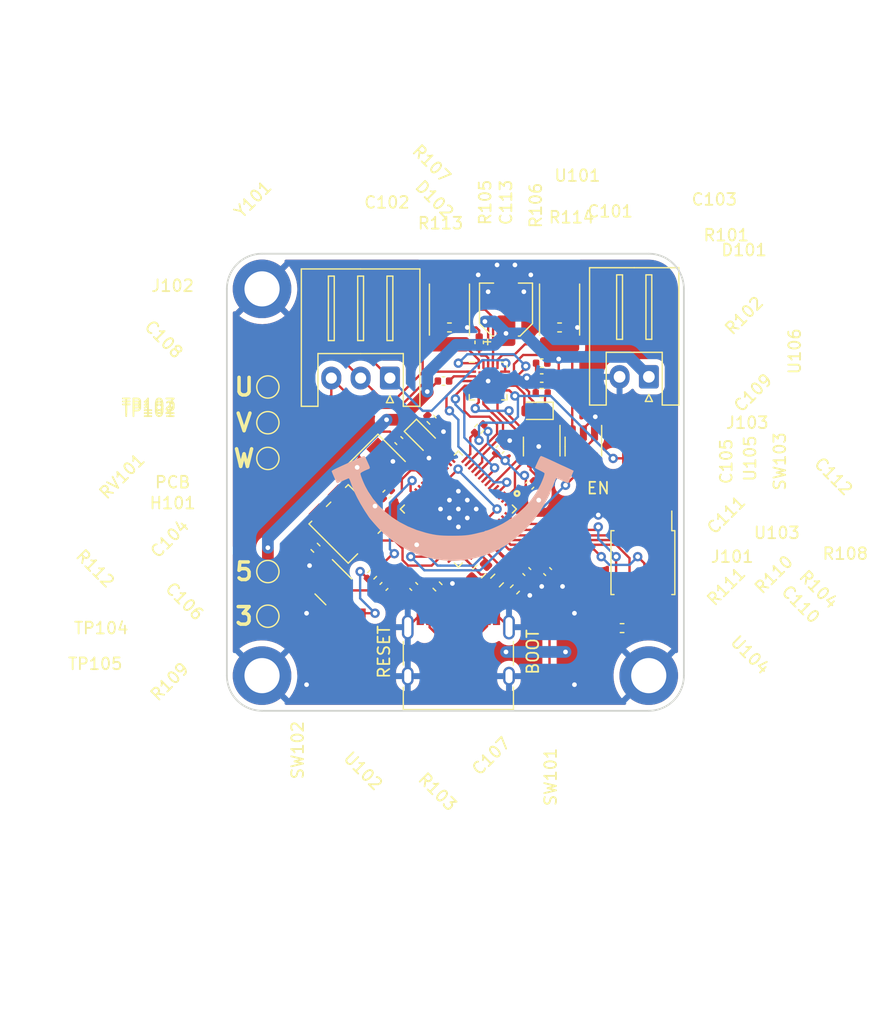
<source format=kicad_pcb>
(kicad_pcb (version 20211014) (generator pcbnew)
  (layers (0 "F.Cu" signal) (31 "B.Cu" signal) (34 "B.Paste" user) (35 "F.Paste" user) (36 "B.SilkS" user "B.Silkscreen") (37 "F.SilkS" user "F.Silkscreen") (38 "B.Mask" user) (39 "F.Mask" user) (44 "Edge.Cuts" user))
  (net 0 "")
  (net 1 "GND")
  (net 2 "Net-(C101-Pad2)")
  (net 3 "Net-(C102-Pad1)")
  (net 4 "+5V")
  (net 5 "XIN")
  (net 6 "XOUT")
  (net 7 "+3V3")
  (net 8 "Net-(D101-Pad1)")
  (net 9 "ERR")
  (net 10 "Net-(D102-Pad1)")
  (net 11 "Net-(D102-Pad2)")
  (net 12 "Net-(J101-PadA5)")
  (net 13 "USBD_P")
  (net 15 "Net-(J101-PadB5)")
  (net 17 "Net-(J102-Pad1)")
  (net 18 "Net-(J102-Pad2)")
  (net 19 "Net-(J102-Pad3)")
  (net 20 "CLEAR")
  (net 21 "WSENSE")
  (net 22 "UVSENSE")
  (net 23 "QCLK")
  (net 24 "Net-(R108-Pad2)")
  (net 25 "RESET")
  (net 26 "Net-(R109-Pad2)")
  (net 27 "Net-(R110-Pad1)")
  (net 28 "Net-(R111-Pad1)")
  (net 29 "MANUAL")
  (net 30 "UH")
  (net 31 "VH")
  (net 32 "WH")
  (net 33 "UL")
  (net 34 "WL")
  (net 35 "VL")
  (net 36 "QCS")
  (net 37 "QD0")
  (net 38 "QD2")
  (net 39 "QD1")
  (net 40 "QD3")
  (net 41 "ERROR")
  (net 44 "Net-(U104-Pad23)")
  (net 45 "SWDCLK")
  (net 46 "SWDIO")
  (net 63 "Net-(R112-Pad2)")
  (net 64 "USBD_N")
  (net 65 "UVCUR")
  (net 66 "WCUR")
  (footprint "Resistor_SMD:R_0402_1005Metric" (layer "F.Cu") (at 125.984 128.27 -135)
    (fp_text reference "R109")
    (fp_text value "1k")
  )
  (footprint "Package_TO_SOT_SMD:SOT-23-5" (layer "F.Cu") (at 140.462 117.348 -90)
    (fp_text reference "U105")
    (fp_text value "INA180A1")
  )
  (footprint "Package_SO:SOIC-8_5.23x5.23mm_P1.27mm" (layer "F.Cu") (at 149.098 127.254 -90)
    (fp_text reference "U103")
    (fp_text value "W25Q128JVS")
  )
  (footprint "matei:TS-1187A-B-A-B" (layer "F.Cu") (at 143.002 134.62 90)
    (fp_text reference "SW101")
    (fp_text value "BOOT")
  )
  (footprint "Resistor_SMD:R_0402_1005Metric" (layer "F.Cu") (at 131.064 115.062 135)
    (fp_text reference "R107")
    (fp_text value "10k")
  )
  (footprint "Resistor_SMD:R_2512_6332Metric" (layer "F.Cu") (at 132.588 105.664 90)
    (fp_text reference "R105")
    (fp_text value "100m")
  )
  (footprint "Resistor_SMD:R_0402_1005Metric" (layer "F.Cu") (at 147.32 132.842 180)
    (fp_text reference "R108")
    (fp_text value "1k")
  )
  (footprint "Capacitor_SMD:C_0402_1005Metric" (layer "F.Cu") (at 128.27 116.84 135)
    (fp_text reference "C107")
    (fp_text value "20pF")
  )
  (footprint "Crystal:Crystal_SMD_3225-4Pin_3.2x2.5mm" (layer "F.Cu") (at 126.238 118.872 -135)
    (fp_text reference "Y101")
    (fp_text value "12MHz")
  )
  (footprint "Resistor_SMD:R_0402_1005Metric" (layer "F.Cu") (at 138.176 129.54 45)
    (fp_text reference "R104")
    (fp_text value "5.1k")
  )
  (footprint "Capacitor_SMD:C_0402_1005Metric" (layer "F.Cu") (at 139.192 128.016 135)
    (fp_text reference "C110")
    (fp_text value "10nF")
  )
  (footprint "Diode_SMD:D_0603_1608Metric" (layer "F.Cu") (at 130.302 116.586 -45)
    (fp_text reference "D102")
    (fp_text value "LED")
  )
  (footprint "matei:easy-esc-outline" (layer "F.Cu") (at 133.096 120.396)
    (fp_text reference "H101")
    (fp_text value "PCB")
    (fp_line (start 16.5 19.5) (end -16.5 19.5) (layer "Edge.Cuts") (width 0.15))
    (fp_line (start 19.5 -16.5) (end 19.5 16.5) (layer "Edge.Cuts") (width 0.15))
    (fp_line (start -19.5 16.5) (end -19.5 -16.5) (layer "Edge.Cuts") (width 0.15))
    (fp_line (start -16.5 -19.5) (end 16.5 -19.5) (layer "Edge.Cuts") (width 0.15))
    (fp_arc (start -16.5 19.5) (mid -18.62132 18.62132) (end -19.5 16.5) (layer "Edge.Cuts") (width 0.15))
    (fp_arc (start -19.5 -16.5) (mid -18.62132 -18.62132) (end -16.5 -19.5) (layer "Edge.Cuts") (width 0.15))
    (fp_arc (start 16.5 -19.5) (mid 18.62132 -18.62132) (end 19.5 -16.5) (layer "Edge.Cuts") (width 0.15))
    (fp_arc (start 19.5 16.5) (mid 18.62132 18.62132) (end 16.5 19.5) (layer "Edge.Cuts") (width 0.15))
  )
  (footprint "Capacitor_SMD:C_0402_1005Metric" (layer "F.Cu") (at 127 129.286 45)
    (fp_text reference "C104")
    (fp_text value "10uF")
  )
  (footprint "Capacitor_SMD:C_0402_1005Metric" (layer "F.Cu") (at 140.462 110.236)
    (fp_text reference "C101")
    (fp_text value "100nF")
  )
  (footprint "TestPoint:TestPoint_Pad_D1.5mm" (layer "F.Cu") (at 117.094 131.826)
    (fp_text reference "TP105")
    (fp_text value "3V3")
  )
  (footprint "Capacitor_SMD:C_0402_1005Metric" (layer "F.Cu") (at 136.906 117.602 -135)
    (fp_text reference "C111")
    (fp_text value "100nF")
  )
  (footprint "Package_TO_SOT_SMD:SOT-23-5" (layer "F.Cu") (at 144.018 117.348 -90)
    (fp_text reference "U106")
    (fp_text value "INA180A1")
  )
  (footprint "Connector_JST:JST_XH_S3B-XH-A_1x03_P2.50mm_Horizontal" (layer "F.Cu") (at 127.508 111.506 180)
    (fp_text reference "J102")
    (fp_text value "BLDC")
  )
  (footprint "Capacitor_SMD:C_0402_1005Metric" (layer "F.Cu") (at 129.54 129.286 135)
    (fp_text reference "C106")
    (fp_text value "1uF")
  )
  (footprint "TestPoint:TestPoint_Pad_D1.5mm" (layer "F.Cu") (at 117.094 128.016)
    (fp_text reference "TP104")
    (fp_text value "5V")
  )
  (footprint "Capacitor_SMD:CP_Elec_4x3.9" (layer "F.Cu") (at 137.414 105.664 90)
    (fp_text reference "C113")
    (fp_text value "100uF")
  )
  (footprint "Resistor_SMD:R_2512_6332Metric" (layer "F.Cu") (at 141.986 105.664 90)
    (fp_text reference "R106")
    (fp_text value "100m")
  )
  (footprint "Package_DFN_QFN:QFN-20-1EP_3x3mm_P0.4mm_EP1.65x1.65mm" (layer "F.Cu") (at 135.89 111.76)
    (fp_text reference "U101")
    (fp_text value "TMC6300")
  )
  (footprint "TestPoint:TestPoint_Pad_D1.5mm" (layer "F.Cu") (at 117.094 112.268)
    (fp_text reference "TP101")
    (fp_text value "U")
  )
  (footprint "Resistor_SMD:R_0402_1005Metric" (layer "F.Cu") (at 140.462 112.776)
    (fp_text reference "R101")
    (fp_text value "10k")
  )
  (footprint "Resistor_SMD:R_0603_1608Metric" (layer "F.Cu") (at 135.128 128.016 -135)
    (fp_text reference "R110")
    (fp_text value "27R")
  )
  (footprint "TestPoint:TestPoint_Pad_D1.5mm" (layer "F.Cu") (at 117.094 118.364)
    (fp_text reference "TP103")
    (fp_text value "W")
  )
  (footprint "Capacitor_SMD:C_0402_1005Metric" (layer "F.Cu") (at 127.254 121.412 -135)
    (fp_text reference "C108")
    (fp_text value "20pF")
  )
  (footprint "Connector_JST:JST_XH_S2B-XH-A_1x02_P2.50mm_Horizontal" (layer "F.Cu") (at 149.606 111.4 180)
    (fp_text reference "J103")
    (fp_text value "POWER")
  )
  (footprint "Diode_SMD:D_0603_1608Metric" (layer "F.Cu") (at 139.954 114.3 180)
    (fp_text reference "D101")
    (fp_text value "LED")
  )
  (footprint "Potentiometer_SMD:Potentiometer_Bourns_3314J_Vertical" (layer "F.Cu") (at 123.952 123.952 45)
    (fp_text reference "RV101")
    (fp_text value "50k")
  )
  (footprint "Resistor_SMD:R_0402_1005Metric" (layer "F.Cu") (at 135.128 115.824 -135)
    (fp_text reference "R102")
    (fp_text value "10k")
  )
  (footprint "Capacitor_SMD:C_0402_1005Metric" (layer "F.Cu") (at 139.446 120.65 -135)
    (fp_text reference "C109")
    (fp_text value "1uF")
  )
  (footprint "Capacitor_SMD:C_0402_1005Metric" (layer "F.Cu") (at 140.97 128.016 135)
    (fp_text reference "C112")
    (fp_text value "1uF")
  )
  (footprint "Package_TO_SOT_SMD:SOT-23" (layer "F.Cu") (at 122.682 129.286 -45)
    (fp_text reference "U102")
    (fp_text value "XC6206")
  )
  (footprint "Resistor_SMD:R_0402_1005Metric" (layer "F.Cu") (at 131.572 129.286 135)
    (fp_text reference "R103")
    (fp_text value "5.1k")
  )
  (footprint "Resistor_SMD:R_0402_1005Metric" (layer "F.Cu") (at 121.158 125.984 135)
    (fp_text reference "R112")
    (fp_text value "10k")
  )
  (footprint "matei:TS-1187A-B-A-B" (layer "F.Cu") (at 123.19 134.668 -90)
    (fp_text reference "SW102")
    (fp_text value "RESET")
  )
  (footprint "Resistor_SMD:R_0402_1005Metric" (layer "F.Cu") (at 132.588 107.188)
    (fp_text reference "R113")
    (fp_text value "0")
  )
  (footprint "TestPoint:TestPoint_Pad_D1.5mm" (layer "F.Cu") (at 117.094 115.316)
    (fp_text reference "TP102")
    (fp_text value "V")
  )
  (footprint "Capacitor_SMD:C_0402_1005Metric" (layer "F.Cu") (at 140.462 111.506 180)
    (fp_text reference "C103")
    (fp_text value "100nF")
  )
  (footprint "matei:QFN40P700X700X90-57N" (layer "F.Cu") (at 133.35 122.682 -135)
    (fp_text reference "U104")
    (fp_text value "RP2040")
  )
  (footprint "matei:JS202011JCQN" (layer "F.Cu") (at 147.32 117.856 -90)
    (fp_text reference "SW103")
    (fp_text value "EN")
  )
  (footprint "Resistor_SMD:R_0603_1608Metric" (layer "F.Cu") (at 136.652 128.778 -135)
    (fp_text reference "R111")
    (fp_text value "27R")
  )
  (footprint "Resistor_SMD:R_0402_1005Metric" (layer "F.Cu") (at 141.986 107.188)
    (fp_text reference "R114")
    (fp_text value "0")
  )
  (footprint "Capacitor_SMD:C_0402_1005Metric" (layer "F.Cu") (at 135.128 108.458 90)
    (fp_text reference "C105")
    (fp_text value "10uF")
  )
  (footprint "Capacitor_SMD:C_0402_1005Metric" (layer "F.Cu") (at 132.08 111.76 180)
    (fp_text reference "C102")
    (fp_text value "100nF")
  )
  (footprint "Connector_USB:USB_C_Receptacle_HRO_TYPE-C-31-M-12" (layer "F.Cu") (at 133.35 135.89)
    (fp_text reference "J101")
    (fp_text value "USB_C_Receptacle_USB2.0")
  )
  (footprint "matei:happymeal" (layer "B.Cu") (at 133.35 118.364 180)
    (fp_text reference "G***" hide)
    (fp_text value "LOGO" hide)
  )
  (gr_text "W" (at 115.062 118.364) (layer "F.SilkS") (effects (font (size 1.5 1.5) (thickness 0.3))))
  (gr_text "5" (at 115.062 128.016) (layer "F.SilkS") (effects (font (size 1.5 1.5) (thickness 0.3))))
  (gr_text "U" (at 115.062 112.268) (layer "F.SilkS") (effects (font (size 1.5 1.5) (thickness 0.3))))
  (gr_text "3" (at 115.062 131.826) (layer "F.SilkS") (effects (font (size 1.5 1.5) (thickness 0.3))))
  (gr_text "V" (at 115.062 115.316) (layer "F.SilkS") (effects (font (size 1.5 1.5) (thickness 0.3))))
  (segment (start 132.735376 128.925376) (end 132.842 129.032) (width 0.2) (layer "F.Cu") (net 1))
  (segment (start 137.307911 117.262589) (end 137.7305 116.84) (width 0.2) (layer "F.Cu") (net 1))
  (segment (start 137.414 102.108) (end 137.668 101.854) (width 0.2) (layer "F.Cu") (net 1))
  (segment (start 129.200589 128.946589) (end 127.339411 128.946589) (width 0.2) (layer "F.Cu") (net 1))
  (segment (start 139.512 118.4855) (end 139.512 118.044) (width 0.2) (layer "F.Cu") (net 1))
  (segment (start 137.138 104.14) (end 135.89 104.14) (width 0.2) (layer "F.Cu") (net 1))
  (segment (start 122.247503 127.508) (end 120.65 127.508) (width 0.2) (layer "F.Cu") (net 1))
  (segment (start 139.954 119.78875) (end 139.954 120.142) (width 0.2) (layer "F.Cu") (net 1))
  (segment (start 143.304 137.62) (end 143.256 137.668) (width 0.2) (layer "F.Cu") (net 1))
  (segment (start 136.29 111.36) (end 135.89 111.76) (width 0.2) (layer "F.Cu") (net 1))
  (segment (start 135.128 107.978) (end 135.128 107.442) (width 0.2) (layer "F.Cu") (net 1))
  (segment (start 139.982 111.506) (end 139.982 110.236) (width 0.2) (layer "F.Cu") (net 1))
  (segment (start 137.414 103.864) (end 137.414 102.616) (width 0.2) (layer "F.Cu") (net 1))
  (segment (start 143.304 131.62) (end 143.256 131.572) (width 0.2) (layer "F.Cu") (net 1))
  (segment (start 137.414 103.864) (end 137.138 104.14) (width 0.2) (layer "F.Cu") (net 1))
  (segment (start 135.0425 102.7015) (end 132.588 102.7015) (width 0.2) (layer "F.Cu") (net 1))
  (segment (start 136.6 131.845) (end 136.755 131.845) (width 0.2) (layer "F.Cu") (net 1))
  (segment (start 135.128 107.442) (end 134.874 107.188) (width 0.2) (layer "F.Cu") (net 1))
  (segment (start 120.65 127.381) (end 120.65 127.508) (width 0.2) (layer "F.Cu") (net 1))
  (segment (start 136.29 113.21) (end 136.29 112.16) (width 0.2) (layer "F.Cu") (net 1))
  (segment (start 139.531411 128.355411) (end 141.309411 128.355411) (width 0.2) (layer "F.Cu") (net 1))
  (segment (start 146.768 123.654) (end 146.304 123.19) (width 0.2) (layer "F.Cu") (net 1))
  (segment (start 127.930589 116.500589) (end 127.508 116.078) (width 0.2) (layer "F.Cu") (net 1))
  (segment (start 129.221802 128.925376) (end 129.200589 128.946589) (width 0.2) (layer "F.Cu") (net 1))
  (segment (start 136.755 131.845) (end 137.67 132.76) (width 0.2) (layer "F.Cu") (net 1))
  (segment (start 134.874 107.188) (end 134.112 107.188) (width 0.2) (layer "F.Cu") (net 1))
  (segment (start 120.396 131.572) (end 121.219 131.572) (width 0.2) (layer "F.Cu") (net 1))
  (segment (start 121.219 131.572) (end 121.315 131.668) (width 0.2) (layer "F.Cu") (net 1))
  (segment (start 138.536624 129.179376) (end 138.707446 129.179376) (width 0.2) (layer "F.Cu") (net 1))
  (segment (start 129.945 131.845) (end 129.03 132.76) (width 0.2) (layer "F.Cu") (net 1))
  (segment (start 139.952 112.776) (end 139.952 111.536) (width 0.2) (layer "F.Cu") (net 1))
  (segment (start 139.952 111.536) (end 139.982 111.506) (width 0.2) (layer "F.Cu") (net 1))
  (segment (start 140.462 117.094) (end 140.462 116.2105) (width 0.2) (layer "F.Cu") (net 1))
  (segment (start 139.512 118.044) (end 140.208 117.348) (width 0.2) (layer "F.Cu") (net 1))
  (segment (start 120.396 137.668) (end 121.315 137.668) (width 0.2) (layer "F.Cu") (net 1))
  (segment (start 141.309411 128.355411) (end 142.24 129.286) (width 0.2) (layer "F.Cu") (net 1))
  (segment (start 121.518624 126.512376) (end 120.65 127.381) (width 0.2) (layer "F.Cu") (net 1))
  (segment (start 146.304 123.19) (end 145.288 123.19) (width 0.2) (layer "F.Cu") (net 1))
  (segment (start 122.690839 127.951336) (end 122.247503 127.508) (width 0.2) (layer "F.Cu") (net 1))
  (segment (start 139.531411 128.355411) (end 140.462 129.286) (width 0.2) (layer "F.Cu") (net 1))
  (segment (start 135.89 113.21) (end 135.89 111.76) (width 0.2) (layer "F.Cu") (net 1))
  (segment (start 121.518624 126.344624) (end 121.518624 126.512376) (width 0.2) (layer "F.Cu") (net 1))
  (segment (start 148.12 115.856) (end 146.082 115.856) (width 0.2) (layer "F.Cu") (net 1))
  (segment (start 126.914589 121.751411) (end 126.238 122.428) (width 0.2) (layer "F.Cu") (net 1))
  (segment (start 143.068 117.79) (end 144.018 116.84) (width 0.2) (layer "F.Cu") (net 1))
  (segment (start 138.707446 129.179376) (end 139.531411 128.355411) (width 0.2) (layer "F.Cu") (net 1))
  (segment (start 124.859142 117.710858) (end 124.859142 119.048777) (width 0.2) (layer "F.Cu") (net 1))
  (segment (start 137.414 103.864) (end 137.69 104.14) (width 0.2) (layer "F.Cu") (net 1))
  (segment (start 147.193 123.654) (end 146.768 123.654) (width 0.2) (layer "F.Cu") (net 1))
  (segment (start 131.211376 128.925376) (end 132.735376 128.925376) (width 0.2) (layer "F.Cu") (net 1))
  (segment (start 139.954 120.142) (end 139.785411 120.310589) (width 0.2) (layer "F.Cu") (net 1))
  (segment (start 144.018 115.824) (end 145.034 114.808) (width 0.2) (layer "F.Cu") (net 1))
  (segment (start 131.211376 128.925376) (end 129.221802 128.925376) (width 0.2) (layer "F.Cu") (net 1))
  (segment (start 138.577376 129.179376) (end 139.446 130.048) (width 0.2) (layer "F.Cu") (net 1))
  (segment (start 133.098 107.188) (end 134.112 107.188) (width 0.2) (layer "F.Cu") (net 1))
  (segment (start 139.5315 102.7015) (end 141.986 102.7015) (width 0.2) (layer "F.Cu") (net 1))
  (segment (start 131.251627 118.745855) (end 130.839886 118.334114) (width 0.2) (layer "F.Cu") (net 1))
  (segment (start 130.1 131.845) (end 129.945 131.845) (width 0.2) (layer "F.Cu") (net 1))
  (segment (start 139.982 111.506) (end 139.192 111.506) (width 0.2) (layer "F.Cu") (net 1))
  (segment (start 146.082 115.856) (end 145.034 114.808) (width 0.2) (layer "F.Cu") (net 1))
  (segment (start 137.16 101.854) (end 136.652 101.854) (width 0.2) (layer "F.Cu") (net 1))
  (segment (start 144.877 137.62) (end 143.304 137.62) (width 0.2) (layer "F.Cu") (net 1))
  (segment (start 137.414 102.108) (end 137.16 101.854) (width 0.2) (layer "F.Cu") (net 1))
  (segment (start 142.496 107.188) (end 143.51 107.188) (width 0.2) (layer "F.Cu") (net 1))
  (segment (start 136.29 112.16) (end 135.89 111.76) (width 0.2) (layer "F.Cu") (net 1))
  (segment (start 131.628195 119.545981) (end 131.251627 119.169413) (width 0.2) (layer "F.Cu") (net 1))
  (segment (start 131.424624 115.422624) (end 132.08 116.078) (width 0.2) (layer "F.Cu") (net 1))
  (segment (start 137.414 102.616) (end 137.414 102.108) (width 0.2) (layer "F.Cu") (net 1))
  (segment (start 140.208 117.348) (end 140.462 117.094) (width 0.2) (layer "F.Cu") (net 1))
  (segment (start 143.068 118.4855) (end 143.068 117.79) (width 0.2) (layer "F.Cu") (net 1))
  (segment (start 139.512 118.4855) (end 139.512 119.34675) (width 0.2) (layer "F.Cu") (net 1))
  (segment (start 126.492 116.078) (end 124.859142 117.710858) (width 0.2) (layer "F.Cu") (net 1))
  (segment (start 139.512 119.34675) (end 139.954 119.78875) (width 0.2) (layer "F.Cu") (net 1))
  (segment (start 137.69 104.14) (end 138.938 104.14) (width 0.2) (layer "F.Cu") (net 1))
  (segment (start 137.245411 117.262589) (end 137.307911 117.262589) (width 0.2) (layer "F.Cu") (net 1))
  (segment (start 131.251627 119.169413) (end 131.251627 118.745855) (width 0.2) (layer "F.Cu") (net 1))
  (segment (start 137.34 111.36) (end 136.29 111.36) (width 0.2) (layer "F.Cu") (net 1))
  (segment (start 127.508 116.078) (end 126.492 116.078) (width 0.2) (layer "F.Cu") (net 1))
  (segment (start 137.668 101.854) (end 138.176 101.854) (width 0.2) (layer "F.Cu") (net 1))
  (segment (start 138.536624 129.179376) (end 138.577376 129.179376) (width 0.2) (layer "F.Cu") (net 1))
  (segment (start 144.018 116.2105) (end 144.018 115.824) (width 0.2) (layer "F.Cu") (net 1))
  (segment (start 144.877 131.62) (end 143.304 131.62) (width 0.2) (layer "F.Cu") (net 1))
  (via (at 134.874 122.682) (size 0.8) (drill 0.4) (layers "F.Cu" "B.Cu") (net 1))
  (via (at 132.588 123.444) (size 0.8) (drill 0.4) (layers "F.Cu" "B.Cu") (net 1))
  (via (at 120.396 137.668) (size 0.8) (drill 0.4) (layers "F.Cu" "B.Cu") (net 1))
  (via (at 140.208 117.348) (size 0.8) (drill 0.4) (layers "F.Cu" "B.Cu") (net 1))
  (via (at 130.839886 118.334114) (size 0.8) (drill 0.4) (layers "F.Cu" "B.Cu") (net 1))
  (via (at 140.462 129.286) (size 0.8) (drill 0.4) (layers "F.Cu" "B.Cu") (net 1))
  (via (at 139.5315 102.7015) (size 0.8) (drill 0.4) (layers "F.Cu" "B.Cu") (net 1))
  (via (at 135.89 104.14) (size 0.8) (drill 0.4) (layers "F.Cu" "B.Cu") (net 1))
  (via (at 132.588 121.92) (size 0.8) (drill 0.4) (layers "F.Cu" "B.Cu") (net 1))
  (via (at 133.35 124.206) (size 0.8) (drill 0.4) (layers "F.Cu" "B.Cu") (net 1))
  (via (at 127.762 118.618) (size 0.8) (drill 0.4) (layers "F.Cu" "B.Cu") (net 1))
  (via (at 135.0425 102.7015) (size 0.8) (drill 0.4) (layers "F.Cu" "B.Cu") (net 1))
  (via (at 139.446 130.048) (size 0.8) (drill 0.4) (layers "F.Cu" "B.Cu") (net 1))
  (via (at 143.256 131.572) (size 0.8) (drill 0.4) (layers "F.Cu" "B.Cu") (net 1))
  (via (at 143.256 137.668) (size 0.8) (drill 0.4) (layers "F.Cu" "B.Cu") (net 1))
  (via (at 132.842 129.032) (size 0.8) (drill 0.4) (layers "F.Cu" "B.Cu") (net 1))
  (via (at 138.176 101.854) (size 0.8) (drill 0.4) (layers "F.Cu" "B.Cu") (net 1))
  (via (at 126.238 122.428) (size 0.8) (drill 0.4) (layers "F.Cu" "B.Cu") (net 1))
  (via (at 145.288 123.19) (size 0.8) (drill 0.4) (layers "F.Cu" "B.Cu") (net 1))
  (via (at 138.938 104.14) (size 0.8) (drill 0.4) (layers "F.Cu" "B.Cu") (net 1))
  (via (at 136.652 101.854) (size 0.8) (drill 0.4) (layers "F.Cu" "B.Cu") (net 1))
  (via (at 134.112 107.188) (size 0.8) (drill 0.4) (layers "F.Cu" "B.Cu") (net 1))
  (via (at 133.35 121.158) (size 0.8) (drill 0.4) (layers "F.Cu" "B.Cu") (net 1))
  (via (at 133.35 122.682) (size 0.8) (drill 0.4) (layers "F.Cu" "B.Cu") (net 1))
  (via (at 134.112 123.444) (size 0.8) (drill 0.4) (layers "F.Cu" "B.Cu") (net 1))
  (via (at 143.51 107.188) (size 0.8) (drill 0.4) (layers "F.Cu" "B.Cu") (net 1))
  (via (at 145.034 114.808) (size 0.8) (drill 0.4) (layers "F.Cu" "B.Cu") (net 1))
  (via (at 135.89 111.76) (size 0.8) (drill 0.4) (layers "F.Cu" "B.Cu") (net 1))
  (via (at 139.192 111.506) (size 0.8) (drill 0.4) (layers "F.Cu" "B.Cu") (net 1))
  (via (at 120.65 127.508) (size 0.8) (drill 0.4) (layers "F.Cu" "B.Cu") (net 1))
  (via (at 137.7305 116.84) (size 0.8) (drill 0.4) (layers "F.Cu" "B.Cu") (net 1))
  (via (at 132.08 116.078) (size 0.8) (drill 0.4) (layers "F.Cu" "B.Cu") (net 1))
  (via (at 124.714 119.126) (size 0.8) (drill 0.4) (layers "F.Cu" "B.Cu") (net 1))
  (via (at 134.112 121.92) (size 0.8) (drill 0.4) (layers "F.Cu" "B.Cu") (net 1))
  (via (at 131.826 122.682) (size 0.8) (drill 0.4) (layers "F.Cu" "B.Cu") (net 1))
  (via (at 120.396 131.572) (size 0.8) (drill 0.4) (layers "F.Cu" "B.Cu") (net 1))
  (via (at 142.24 129.286) (size 0.8) (drill 0.4) (layers "F.Cu" "B.Cu") (net 1))
  (segment (start 140.273 109.539) (end 140.942 110.208) (width 0.2) (layer "F.Cu") (net 2))
  (segment (start 140.942 110.208) (end 140.942 110.236) (width 0.2) (layer "F.Cu") (net 2))
  (segment (start 137.922 111.76) (end 138.092 111.59) (width 0.2) (layer "F.Cu") (net 2))
  (segment (start 137.34 111.76) (end 137.922 111.76) (width 0.2) (layer "F.Cu") (net 2))
  (segment (start 138.092 110.32) (end 138.873 109.539) (width 0.2) (layer "F.Cu") (net 2))
  (segment (start 138.873 109.539) (end 140.273 109.539) (width 0.2) (layer "F.Cu") (net 2))
  (segment (start 138.092 111.59) (end 138.092 110.32) (width 0.2) (layer "F.Cu") (net 2))
  (segment (start 132.96 111.36) (end 132.56 111.76) (width 0.2) (layer "F.Cu") (net 3))
  (segment (start 134.44 111.36) (end 132.96 111.36) (width 0.2) (layer "F.Cu") (net 3))
  (segment (start 130.9 131.845) (end 130.9 130.646) (width 0.2) (layer "F.Cu") (net 4))
  (segment (start 141.913628 110.816372) (end 141.224 111.506) (width 0.2) (layer "F.Cu") (net 4))
  (segment (start 128.38537 115.062) (end 130.740685 112.706685) (width 1) (layer "F.Cu") (net 4))
  (segment (start 117.094 125.984) (end 117.094 128.016) (width 1) (layer "F.Cu") (net 4))
  (segment (start 130.9 132.775404) (end 130.9 131.845) (width 0.2) (layer "F.Cu") (net 4))
  (segment (start 130.9 130.646) (end 129.879411 129.625411) (width 0.2) (layer "F.Cu") (net 4))
  (segment (start 129.879411 129.625411) (end 126.660589 129.625411) (width 0.2) (layer "F.Cu") (net 4))
  (segment (start 135.128 133.35) (end 131.474596 133.35) (width 0.2) (layer "F.Cu") (net 4))
  (segment (start 123.344913 129.948913) (end 121.666 128.27) (width 0.2) (layer "F.Cu") (net 4))
  (segment (start 135.89 106.9555) (end 135.6145 106.68) (width 0.2) (layer "F.Cu") (net 4))
  (segment (start 117.348 128.27) (end 117.094 128.016) (width 0.2) (layer "F.Cu") (net 4))
  (segment (start 127.222365 115.062) (end 128.38537 115.062) (width 1) (layer "F.Cu") (net 4))
  (segment (start 135.8 131.845) (end 135.8 132.678) (width 0.2) (layer "F.Cu") (net 4))
  (segment (start 130.697 112.663) (end 131.6 111.76) (width 0.2) (layer "F.Cu") (net 4))
  (segment (start 135.89 108.176) (end 135.89 106.9555) (width 0.2) (layer "F.Cu") (net 4))
  (segment (start 135.89 110.31) (end 135.89 109.790025) (width 0.2) (layer "F.Cu") (net 4))
  (segment (start 135.128 109.416314) (end 135.128 108.938) (width 0.2) (layer "F.Cu") (net 4))
  (segment (start 131.474596 133.35) (end 130.9 132.775404) (width 0.2) (layer "F.Cu") (net 4))
  (segment (start 135.296686 109.585) (end 135.128 109.416314) (width 0.2) (layer "F.Cu") (net 4))
  (segment (start 141.913628 109.882872) (end 141.913628 110.816372) (width 0.2) (layer "F.Cu") (net 4))
  (segment (start 135.8 132.678) (end 135.128 133.35) (width 0.2) (layer "F.Cu") (net 4))
  (segment (start 126.660589 129.625411) (end 123.668415 129.625411) (width 0.2) (layer "F.Cu") (net 4))
  (segment (start 141.224 111.506) (end 140.942 111.506) (width 0.2) (layer "F.Cu") (net 4))
  (segment (start 123.668415 129.625411) (end 123.344913 129.948913) (width 0.2) (layer "F.Cu") (net 4))
  (segment (start 121.666 128.27) (end 117.348 128.27) (width 0.2) (layer "F.Cu") (net 4))
  (segment (start 135.128 108.938) (end 135.89 108.176) (width 0.2) (layer "F.Cu") (net 4))
  (segment (start 135.89 109.790025) (end 135.684975 109.585) (width 0.2) (layer "F.Cu") (net 4))
  (segment (start 135.684975 109.585) (end 135.296686 109.585) (width 0.2) (layer "F.Cu") (net 4))
  (via (at 137.414 107.696) (size 0.8) (drill 0.4) (layers "F.Cu" "B.Cu") (net 4))
  (via (at 135.6145 106.68) (size 0.8) (drill 0.4) (layers "F.Cu" "B.Cu") (net 4))
  (via (at 141.913628 109.882872) (size 0.8) (drill 0.4) (layers "F.Cu" "B.Cu") (net 4))
  (via (at 130.697 112.663) (size 0.8) (drill 0.4) (layers "F.Cu" "B.Cu") (net 4))
  (via (at 117.094 125.984) (size 0.8) (drill 0.4) (layers "F.Cu" "B.Cu") (net 4))
  (via (at 127.222365 115.062) (size 0.8) (drill 0.4) (layers "F.Cu" "B.Cu") (net 4))
  (segment (start 130.697 111.111) (end 130.697 112.663) (width 1) (layer "B.Cu") (net 4))
  (segment (start 127.222365 115.062) (end 117.094 125.190365) (width 1) (layer "B.Cu") (net 4))
  (segment (start 135.598 108.674) (end 133.134 108.674) (width 1) (layer "B.Cu") (net 4))
  (segment (start 136.398 106.68) (end 135.6145 106.68) (width 1) (layer "B.Cu") (net 4))
  (segment (start 137.414 107.696) (end 136.436 108.674) (width 1) (layer "B.Cu") (net 4))
  (segment (start 133.134 108.674) (end 130.697 111.111) (width 1) (layer "B.Cu") (net 4))
  (segment (start 138.938 107.696) (end 137.414 107.696) (width 1) (layer "B.Cu") (net 4))
  (segment (start 137.414 107.696) (end 136.398 106.68) (width 1) (layer "B.Cu") (net 4))
  (segment (start 136.436 108.674) (end 135.598 108.674) (width 1) (layer "B.Cu") (net 4))
  (segment (start 117.094 125.190365) (end 117.094 125.984) (width 1) (layer "B.Cu") (net 4))
  (segment (start 149.606 111.4) (end 147.906 109.7) (width 1) (layer "B.Cu") (net 4))
  (segment (start 147.906 109.7) (end 140.942 109.7) (width 1) (layer "B.Cu") (net 4))
  (segment (start 140.942 109.7) (end 138.938 107.696) (width 1) (layer "B.Cu") (net 4))
  (segment (start 131.345352 119.828824) (end 129.880528 118.364) (width 0.2) (layer "F.Cu") (net 5))
  (segment (start 128.609411 117.179411) (end 128.440822 117.348) (width 0.2) (layer "F.Cu") (net 5))
  (segment (start 129.794 118.364) (end 128.609411 117.179411) (width 0.2) (layer "F.Cu") (net 5))
  (segment (start 129.880528 118.364) (end 129.794 118.364) (width 0.2) (layer "F.Cu") (net 5))
  (segment (start 128.440822 117.348) (end 127.254 117.348) (width 0.2) (layer "F.Cu") (net 5))
  (segment (start 129.822843 118.872) (end 131.06251 120.111667) (width 0.2) (layer "F.Cu") (net 6))
  (segment (start 129.032 118.872) (end 129.822843 118.872) (width 0.2) (layer "F.Cu") (net 6))
  (segment (start 126.061223 120.250858) (end 126.77168 120.250858) (width 0.2) (layer "F.Cu") (net 6))
  (segment (start 127.593411 121.072589) (end 127.593411 120.310589) (width 0.2) (layer "F.Cu") (net 6))
  (segment (start 127.593411 120.310589) (end 129.032 118.872) (width 0.2) (layer "F.Cu") (net 6))
  (segment (start 126.77168 120.250858) (end 127.593411 121.072589) (width 0.2) (layer "F.Cu") (net 6))
  (segment (start 135.354648 125.535176) (end 135.63749 125.252333) (width 0.2) (layer "F.Cu") (net 7))
  (segment (start 128.016 121.666) (end 128.016 122.174) (width 0.2) (layer "F.Cu") (net 7))
  (segment (start 133.940434 126.949389) (end 132.759566 126.949389) (width 0.2) (layer "F.Cu") (net 7))
  (segment (start 138.991459 119.814017) (end 139.106589 119.929147) (width 0.2) (layer "F.Cu") (net 7))
  (segment (start 141.412 122.24) (end 141.986 121.666) (width 0.2) (layer "F.Cu") (net 7))
  (segment (start 136.566589 118.051197) (end 136.566589 117.941411) (width 0.2) (layer "F.Cu") (net 7))
  (segment (start 140.97 122.682) (end 139.7 122.682) (width 0.2) (layer "F.Cu") (net 7))
  (segment (start 131.064 123.952) (end 133.141933 126.029933) (width 0.2) (layer "F.Cu") (net 7))
  (segment (start 130.779667 120.39451) (end 129.765157 119.38) (width 0.2) (layer "F.Cu") (net 7))
  (segment (start 135.63749 125.252333) (end 138.081365 127.696208) (width 0.2) (layer "F.Cu") (net 7))
  (segment (start 133.940434 126.949389) (end 134.223277 126.666547) (width 0.2) (layer "F.Cu") (net 7))
  (segment (start 135.261045 128.27) (end 133.940434 126.949389) (width 0.2) (layer "F.Cu") (net 7))
  (segment (start 136.906 129.032) (end 136.144 128.27) (width 0.2) (layer "F.Cu") (net 7))
  (segment (start 137.343642 118.547642) (end 137.17282 118.547642) (width 0.2) (layer "F.Cu") (net 7))
  (segment (start 133.141933 126.567022) (end 132.759566 126.949389) (width 0.2) (layer "F.Cu") (net 7))
  (segment (start 138.852589 127.676589) (end 140.630589 127.676589) (width 0.2) (layer "F.Cu") (net 7))
  (segment (start 141.986 121.666) (end 144.018 121.666) (width 0.2) (layer "F.Cu") (net 7))
  (segment (start 144.968 120.716) (end 144.968 118.4855) (width 0.2) (layer "F.Cu") (net 7))
  (segment (start 129.285294 119.38) (end 128.524 120.141294) (width 0.2) (layer "F.Cu") (net 7))
  (segment (start 138.081365 127.696208) (end 138.83297 127.696208) (width 0.2) (layer "F.Cu") (net 7))
  (segment (start 139.7 122.682) (end 139.106589 122.088589) (width 0.2) (layer "F.Cu") (net 7))
  (segment (start 135.071805 119.545981) (end 136.566589 118.051197) (width 0.2) (layer "F.Cu") (net 7))
  (segment (start 139.106589 122.088589) (end 139.106589 120.989411) (width 0.2) (layer "F.Cu") (net 7))
  (segment (start 137.17282 118.547642) (end 136.566589 117.941411) (width 0.2) (layer "F.Cu") (net 7))
  (segment (start 133.141933 126.029933) (end 133.141933 126.567022) (width 0.2) (layer "F.Cu") (net 7))
  (segment (start 138.236478 121.472477) (end 138.623523 121.472477) (width 0.2) (layer "F.Cu") (net 7))
  (segment (start 139.106589 119.929147) (end 139.106589 120.989411) (width 0.2) (layer "F.Cu") (net 7))
  (segment (start 138.623523 121.472477) (end 139.106589 120.989411) (width 0.2) (layer "F.Cu") (net 7))
  (segment (start 128.524 120.141294) (end 128.524 121.158) (width 0.2) (layer "F.Cu") (net 7))
  (segment (start 138.83297 127.696208) (end 138.852589 127.676589) (width 0.2) (layer "F.Cu") (net 7))
  (segment (start 130.665786 123.952) (end 131.064 123.952) (width 0.2) (layer "F.Cu") (net 7))
  (segment (start 137.617389 122.091566) (end 138.236478 121.472477) (width 0.2) (layer "F.Cu") (net 7))
  (segment (start 135.488624 115.463376) (end 135.488624 115.676624) (width 0.2) (layer "F.Cu") (net 7))
  (segment (start 141.412 118.4855) (end 141.412 122.24) (width 0.2) (layer "F.Cu") (net 7))
  (segment (start 138.852589 127.676589) (end 137.497178 129.032) (width 0.2) (layer "F.Cu") (net 7))
  (segment (start 136.144 128.27) (end 135.261045 128.27) (width 0.2) (layer "F.Cu") (net 7))
  (segment (start 141.412 122.24) (end 140.97 122.682) (width 0.2) (layer "F.Cu") (net 7))
  (segment (start 144.018 121.666) (end 144.968 120.716) (width 0.2) (layer "F.Cu") (net 7))
  (segment (start 129.765157 119.38) (end 129.285294 119.38) (width 0.2) (layer "F.Cu") (net 7))
  (segment (start 128.524 121.158) (end 128.016 121.666) (width 0.2) (layer "F.Cu") (net 7))
  (segment (start 135.488624 115.676624) (end 135.871743 116.059743) (width 0.2) (layer "F.Cu") (net 7))
  (segment (start 137.497178 129.032) (end 136.906 129.032) (width 0.2) (layer "F.Cu") (net 7))
  (segment (start 130.213981 124.403805) (end 129.649786 124.968) (width 0.2) (layer "F.Cu") (net 7))
  (segment (start 129.649786 124.968) (end 129.032 124.968) (width 0.2) (layer "F.Cu") (net 7))
  (segment (start 130.213981 124.403805) (end 130.665786 123.952) (width 0.2) (layer "F.Cu") (net 7))
  (via (at 142.494 134.874) (size 0.8) (drill 0.4) (layers "F.Cu" "B.Cu") (net 7))
  (via (at 137.414 134.874) (size 0.8) (drill 0.4) (layers "F.Cu" "B.Cu") (net 7))
  (via (at 138.991459 119.814017) (size 0.8) (drill 0.4) (layers "F.Cu" "B.Cu") (net 7))
  (via (at 137.343642 118.547642) (size 0.8) (drill 0.4) (layers "F.Cu" "B.Cu") (net 7))
  (via (at 135.871743 116.059743) (size 0.8) (drill 0.4) (layers "F.Cu" "B.Cu") (net 7))
  (segment (start 138.610017 119.814017) (end 137.343642 118.547642) (width 0.2) (layer "B.Cu") (net 7))
  (segment (start 138.991459 119.814017) (end 138.610017 119.814017) (width 0.2) (layer "B.Cu") (net 7))
  (segment (start 135.871743 116.059743) (end 135.871743 117.075743) (width 0.2) (layer "B.Cu") (net 7))
  (segment (start 135.871743 117.075743) (end 137.343642 118.547642) (width 0.2) (layer "B.Cu") (net 7))
  (segment (start 137.414 134.874) (end 142.494 134.874) (width 1) (layer "B.Cu") (net 7))
  (segment (start 140.7415 113.0065) (end 140.972 112.776) (width 0.2) (layer "F.Cu") (net 8))
  (segment (start 140.7415 114.3) (end 140.7415 113.0065) (width 0.2) (layer "F.Cu") (net 8))
  (segment (start 138.982 112.851636) (end 138.982 114.1155) (width 0.2) (layer "F.Cu") (net 9))
  (segment (start 138.982 114.1155) (end 139.1665 114.3) (width 0.2) (layer "F.Cu") (net 9))
  (segment (start 138.290364 112.16) (end 138.982 112.851636) (width 0.2) (layer "F.Cu") (net 9))
  (segment (start 137.34 112.16) (end 138.290364 112.16) (width 0.2) (layer "F.Cu") (net 9))
  (segment (start 130.703376 114.701376) (end 130.088752 115.316) (width 0.2) (layer "F.Cu") (net 10))
  (segment (start 130.088752 115.685554) (end 129.745153 116.029153) (width 0.2) (layer "F.Cu") (net 10))
  (segment (start 130.088752 115.316) (end 130.088752 115.685554) (width 0.2) (layer "F.Cu") (net 10))
  (segment (start 132.19388 118.980296) (end 131.817312 118.603727) (width 0.2) (layer "F.Cu") (net 11))
  (segment (start 131.817312 117.593312) (end 131.366847 117.142847) (width 0.2) (layer "F.Cu") (net 11))
  (segment (start 131.366847 117.142847) (end 130.858847 117.142847) (width 0.2) (layer "F.Cu") (net 11))
  (segment (start 131.817312 118.603727) (end 131.817312 117.593312) (width 0.2) (layer "F.Cu") (net 11))
  (segment (start 132.1 131.845) (end 132.1 129.814) (width 0.2) (layer "F.Cu") (net 12))
  (segment (start 132.1 129.814) (end 131.932624 129.646624) (width 0.2) (layer "F.Cu") (net 12))
  (segment (start 134.112 130.556) (end 134.874 130.556) (width 0.2) (layer "F.Cu") (net 13))
  (segment (start 133.1 130.87) (end 133.414 130.556) (width 0.2) (layer "F.Cu") (net 13))
  (segment (start 134.874 130.556) (end 136.068637 129.361363) (width 0.2) (layer "F.Cu") (net 13))
  (segment (start 134.1 130.568) (end 134.112 130.556) (width 0.2) (layer "F.Cu") (net 13))
  (segment (start 134.1 131.845) (end 134.1 130.568) (width 0.2) (layer "F.Cu") (net 13))
  (segment (start 133.414 130.556) (end 134.112 130.556) (width 0.2) (layer "F.Cu") (net 13))
  (segment (start 133.1 131.845) (end 133.1 130.87) (width 0.2) (layer "F.Cu") (net 13))
  (segment (start 135.109 131.845) (end 135.128 131.826) (width 0.25) (layer "F.Cu") (net 15))
  (segment (start 135.128 131.826) (end 135.128 130.903041) (width 0.25) (layer "F.Cu") (net 15))
  (segment (start 137.414 130.302) (end 137.815376 129.900624) (width 0.25) (layer "F.Cu") (net 15))
  (segment (start 135.72904 130.302) (end 137.414 130.302) (width 0.25) (layer "F.Cu") (net 15))
  (segment (start 135.128 130.903041) (end 135.72904 130.302) (width 0.25) (layer "F.Cu") (net 15))
  (segment (start 135.1 131.845) (end 135.109 131.845) (width 0.25) (layer "F.Cu") (net 15))
  (segment (start 120.034 109.328) (end 125.33 109.328) (width 0.2) (layer "F.Cu") (net 17))
  (segment (start 125.33 109.328) (end 127.508 111.506) (width 0.2) (layer "F.Cu") (net 17))
  (segment (start 117.094 112.268) (end 120.034 109.328) (width 0.2) (layer "F.Cu") (net 17))
  (segment (start 137.34 110.96) (end 137.34 110.291801) (width 0.2) (layer "F.Cu") (net 17))
  (segment (start 137.34 110.291801) (end 137.397807 110.233994) (width 0.2) (layer "F.Cu") (net 17))
  (via (at 137.397807 110.233994) (size 0.8) (drill 0.4) (layers "F.Cu" "B.Cu") (net 17))
  (segment (start 131.064 114.3) (end 130.302 114.3) (width 0.2) (layer "B.Cu") (net 17))
  (segment (start 130.302 114.3) (end 127.508 111.506) (width 0.2) (layer "B.Cu") (net 17))
  (segment (start 137.145813 109.982) (end 135.382 109.982) (width 0.2) (layer "B.Cu") (net 17))
  (segment (start 135.382 109.982) (end 131.064 114.3) (width 0.2) (layer "B.Cu") (net 17))
  (segment (start 137.397807 110.233994) (end 137.145813 109.982) (width 0.2) (layer "B.Cu") (net 17))
  (segment (start 118.618 115.316) (end 117.094 115.316) (width 0.2) (layer "F.Cu") (net 18))
  (segment (start 136.314 109.615686) (end 136.29 109.639686) (width 0.2) (layer "F.Cu") (net 18))
  (segment (start 130.302 110.998) (end 130.302 107.696) (width 0.2) (layer "F.Cu") (net 18))
  (segment (start 121.539 109.728) (end 120.65 110.617) (width 0.2) (layer "F.Cu") (net 18))
  (segment (start 126.757157 113.255157) (end 128.044843 113.255157) (width 0.2) (layer "F.Cu") (net 18))
  (segment (start 132.334 105.664) (end 135.636 105.664) (width 0.2) (layer "F.Cu") (net 18))
  (segment (start 135.636 105.664) (end 136.314 106.342) (width 0.2) (layer "F.Cu") (net 18))
  (segment (start 136.314 106.342) (end 136.314 109.615686) (width 0.2) (layer "F.Cu") (net 18))
  (segment (start 130.302 107.696) (end 132.334 105.664) (width 0.2) (layer "F.Cu") (net 18))
  (segment (start 123.23 109.728) (end 121.539 109.728) (width 0.2) (layer "F.Cu") (net 18))
  (segment (start 128.044843 113.255157) (end 130.302 110.998) (width 0.2) (layer "F.Cu") (net 18))
  (segment (start 120.65 110.617) (end 120.65 113.284) (width 0.2) (layer "F.Cu") (net 18))
  (segment (start 120.65 113.284) (end 118.618 115.316) (width 0.2) (layer "F.Cu") (net 18))
  (segment (start 125.008 111.506) (end 123.23 109.728) (width 0.2) (layer "F.Cu") (net 18))
  (segment (start 125.008 111.506) (end 126.757157 113.255157) (width 0.2) (layer "F.Cu") (net 18))
  (segment (start 136.29 109.639686) (end 136.29 110.31) (width 0.2) (layer "F.Cu") (net 18))
  (segment (start 128.27 114.046) (end 125.048 114.046) (width 0.2) (layer "F.Cu") (net 19))
  (segment (start 134.44 110.96) (end 131.356 110.96) (width 0.2) (layer "F.Cu") (net 19))
  (segment (start 131.356 110.96) (end 128.27 114.046) (width 0.2) (layer "F.Cu") (net 19))
  (segment (start 125.048 114.046) (end 122.508 111.506) (width 0.2) (layer "F.Cu") (net 19))
  (segment (start 122.508 111.506) (end 122.508 112.95) (width 0.2) (layer "F.Cu") (net 19))
  (segment (start 122.508 112.95) (end 117.094 118.364) (width 0.2) (layer "F.Cu") (net 19))
  (segment (start 134.767376 116.184624) (end 134.767376 116.479376) (width 0.2) (layer "F.Cu") (net 20))
  (segment (start 134.366 117.989045) (end 134.366 116.586) (width 0.2) (layer "F.Cu") (net 20))
  (segment (start 134.767376 116.479376) (end 135.109743 116.821743) (width 0.2) (layer "F.Cu") (net 20))
  (segment (start 137.70112 112.56) (end 137.34 112.56) (width 0.2) (layer "F.Cu") (net 20))
  (segment (start 146.558 118.364) (end 146.566 118.356) (width 0.2) (layer "F.Cu") (net 20))
  (segment (start 133.940434 118.414611) (end 134.366 117.989045) (width 0.2) (layer "F.Cu") (net 20))
  (segment (start 146.566 118.356) (end 148.12 118.356) (width 0.2) (layer "F.Cu") (net 20))
  (segment (start 138.17356 113.03244) (end 137.70112 112.56) (width 0.2) (layer "F.Cu") (net 20))
  (segment (start 134.366 116.586) (end 134.767376 116.184624) (width 0.2) (layer "F.Cu") (net 20))
  (via (at 146.558 118.364) (size 0.8) (drill 0.4) (layers "F.Cu" "B.Cu") (net 20))
  (via (at 138.17356 113.03244) (size 0.8) (drill 0.4) (layers "F.Cu" "B.Cu") (net 20))
  (via (at 135.109743 116.821743) (size 0.8) (drill 0.4) (layers "F.Cu" "B.Cu") (net 20))
  (segment (start 138.17844 113.03244) (end 138.17356 113.03244) (width 0.2) (layer "B.Cu") (net 20))
  (segment (start 141.22644 113.03244) (end 138.17356 113.03244) (width 0.2) (layer "B.Cu") (net 20))
  (segment (start 135.382 115.316) (end 137.922 115.316) (width 0.2) (layer "B.Cu") (net 20))
  (segment (start 146.558 118.364) (end 141.22644 113.03244) (width 0.2) (layer "B.Cu") (net 20))
  (segment (start 138.43 113.284) (end 138.17844 113.03244) (width 0.2) (layer "B.Cu") (net 20))
  (segment (start 135.109743 115.588257) (end 135.382 115.316) (width 0.2) (layer "B.Cu") (net 20))
  (segment (start 138.43 114.808) (end 138.43 113.284) (width 0.2) (layer "B.Cu") (net 20))
  (segment (start 135.109743 116.821743) (end 135.109743 115.588257) (width 0.2) (layer "B.Cu") (net 20))
  (segment (start 137.922 115.316) (end 138.43 114.808) (width 0.2) (layer "B.Cu") (net 20))
  (segment (start 133.35 110.236) (end 135.016 110.236) (width 0.2) (layer "F.Cu") (net 21))
  (segment (start 139.512 115.163123) (end 139.512 116.2105) (width 0.2) (layer "F.Cu") (net 21))
  (segment (start 139.1025 110.49) (end 139.1025 110.806) (width 0.2) (layer "F.Cu") (net 21))
  (segment (start 133.7725 108.6265) (end 132.588 108.6265) (width 0.2) (layer "F.Cu") (net 21))
  (segment (start 135.09 110.31) (end 135.09 109.944) (width 0.2) (layer "F.Cu") (net 21))
  (segment (start 135.016 110.236) (end 135.09 110.31) (width 0.2) (layer "F.Cu") (net 21))
  (segment (start 138.90205 110.806) (end 138.492 111.21605) (width 0.2) (layer "F.Cu") (net 21))
  (segment (start 139.382 113.141183) (end 139.954 113.713183) (width 0.2) (layer "F.Cu") (net 21))
  (segment (start 132.078 108.1165) (end 132.588 108.6265) (width 0.2) (layer "F.Cu") (net 21))
  (segment (start 139.954 114.721123) (end 139.512 115.163123) (width 0.2) (layer "F.Cu") (net 21))
  (segment (start 139.954 113.713183) (end 139.954 114.721123) (width 0.2) (layer "F.Cu") (net 21))
  (segment (start 138.492 111.79595) (end 139.382 112.68595) (width 0.2) (layer "F.Cu") (net 21))
  (segment (start 138.492 111.21605) (end 138.492 111.79595) (width 0.2) (layer "F.Cu") (net 21))
  (segment (start 139.1025 110.806) (end 138.90205 110.806) (width 0.2) (layer "F.Cu") (net 21))
  (segment (start 139.382 112.68595) (end 139.382 113.141183) (width 0.2) (layer "F.Cu") (net 21))
  (segment (start 132.078 107.188) (end 132.078 108.1165) (width 0.2) (layer "F.Cu") (net 21))
  (segment (start 135.09 109.944) (end 133.7725 108.6265) (width 0.2) (layer "F.Cu") (net 21))
  (via (at 133.35 110.236) (size 0.8) (drill 0.4) (layers "F.Cu" "B.Cu") (net 21))
  (via (at 139.1025 110.49) (size 0.8) (drill 0.4) (layers "F.Cu" "B.Cu") (net 21))
  (segment (start 133.35 110.236) (end 134.112 109.474) (width 0.2) (layer "B.Cu") (net 21))
  (segment (start 134.112 109.474) (end 138.0865 109.474) (width 0.2) (layer "B.Cu") (net 21))
  (segment (start 138.0865 109.474) (end 139.1025 110.49) (width 0.2) (layer "B.Cu") (net 21))
  (segment (start 141.986 108.6265) (end 141.476 108.1165) (width 0.2) (layer "F.Cu") (net 22))
  (segment (start 136.69 109.951851) (end 137.107857 109.533994) (width 0.2) (layer "F.Cu") (net 22))
  (segment (start 141.476 108.1165) (end 141.476 107.188) (width 0.2) (layer "F.Cu") (net 22))
  (segment (start 141.986 108.966) (end 141.986 108.6265) (width 0.2) (layer "F.Cu") (net 22))
  (segment (start 138.116006 109.533994) (end 139.0235 108.6265) (width 0.2) (layer "F.Cu") (net 22))
  (segment (start 137.107857 109.533994) (end 138.116006 109.533994) (width 0.2) (layer "F.Cu") (net 22))
  (segment (start 143.068 116.2105) (end 143.068 110.048) (width 0.2) (layer "F.Cu") (net 22))
  (segment (start 139.0235 108.6265) (end 141.986 108.6265) (width 0.2) (layer "F.Cu") (net 22))
  (segment (start 143.068 110.048) (end 141.986 108.966) (width 0.2) (layer "F.Cu") (net 22))
  (segment (start 136.69 110.31) (end 136.69 109.951851) (width 0.2) (layer "F.Cu") (net 22))
  (segment (start 137.812214 125.73) (end 146.812 125.73) (width 0.2) (layer "F.Cu") (net 23))
  (segment (start 136.486019 124.403805) (end 137.812214 125.73) (width 0.2) (layer "F.Cu") (net 23))
  (segment (start 148.463 132.209) (end 147.83 132.842) (width 0.2) (layer "F.Cu") (net 23))
  (segment (start 147.955 126.873) (end 147.955 130.346) (width 0.2) (layer "F.Cu") (net 23))
  (segment (start 146.812 125.73) (end 147.955 126.873) (width 0.2) (layer "F.Cu") (net 23))
  (segment (start 148.463 130.854) (end 148.463 132.209) (width 0.2) (layer "F.Cu") (net 23))
  (segment (start 147.955 130.346) (end 148.463 130.854) (width 0.2) (layer "F.Cu") (net 23))
  (segment (start 141.127 131.62) (end 142.349 132.842) (width 0.2) (layer "F.Cu") (net 24))
  (segment (start 141.127 131.62) (end 141.127 137.62) (width 0.2) (layer "F.Cu") (net 24))
  (segment (start 142.349 132.842) (end 146.81 132.842) (width 0.2) (layer "F.Cu") (net 24))
  (segment (start 127.8865 126.492) (end 127.762 126.492) (width 0.2) (layer "F.Cu") (net 25))
  (segment (start 127.762 126.492) (end 126.344624 127.909376) (width 0.2) (layer "F.Cu") (net 25))
  (segment (start 129.399269 120.255269) (end 129.271728 120.38281) (width 0.2) (layer "F.Cu") (net 25))
  (segment (start 129.271728 121.149312) (end 129.537208 121.414792) (width 0.2) (layer "F.Cu") (net 25))
  (segment (start 129.271728 120.38281) (end 129.271728 121.149312) (width 0.2) (layer "F.Cu") (net 25))
  (via (at 127.8865 126.492) (size 0.8) (drill 0.4) (layers "F.Cu" "B.Cu") (net 25))
  (via (at 129.399269 120.255269) (size 0.8) (drill 0.4) (layers "F.Cu" "B.Cu") (net 25))
  (segment (start 127.508 122.146538) (end 129.399269 120.255269) (width 0.2) (layer "B.Cu") (net 25))
  (segment (start 127.508 126.1135) (end 127.508 122.146538) (width 0.2) (layer "B.Cu") (net 25))
  (segment (start 127.8865 126.492) (end 127.508 126.1135) (width 0.2) (layer "B.Cu") (net 25))
  (segment (start 124.968 128.016) (end 125.008752 128.016) (width 0.2) (layer "F.Cu") (net 26))
  (segment (start 126.238 131.572) (end 125.161 131.572) (width 0.2) (layer "F.Cu") (net 26))
  (segment (start 125.065 137.668) (end 125.065 131.668) (width 0.2) (layer "F.Cu") (net 26))
  (segment (start 125.161 131.572) (end 125.065 131.668) (width 0.2) (layer "F.Cu") (net 26))
  (segment (start 125.008752 128.016) (end 125.623376 128.630624) (width 0.2) (layer "F.Cu") (net 26))
  (via (at 124.968 128.016) (size 0.8) (drill 0.4) (layers "F.Cu" "B.Cu") (net 26))
  (via (at 126.238 131.572) (size 0.8) (drill 0.4) (layers "F.Cu" "B.Cu") (net 26))
  (segment (start 126.238 131.572) (end 124.968 130.302) (width 0.2) (layer "B.Cu") (net 26))
  (segment (start 124.968 130.302) (end 124.968 128.016) (width 0.2) (layer "B.Cu") (net 26))
  (segment (start 135.711363 127.023262) (end 134.788962 126.100861) (width 0.2) (layer "F.Cu") (net 27))
  (segment (start 135.711363 127.432637) (end 135.711363 127.023262) (width 0.2) (layer "F.Cu") (net 27))
  (segment (start 135.636 126.238) (end 137.235363 127.837363) (width 0.2) (layer "F.Cu") (net 28))
  (segment (start 135.071805 125.818019) (end 135.491786 126.238) (width 0.2) (layer "F.Cu") (net 28))
  (segment (start 137.235363 127.837363) (end 137.235363 128.194637) (width 0.2) (layer "F.Cu") (net 28))
  (segment (start 135.491786 126.238) (end 135.636 126.238) (width 0.2) (layer "F.Cu") (net 28))
  (segment (start 131.069584 127.508) (end 129.05805 127.508) (width 0.2) (layer "F.Cu") (net 29))
  (segment (start 127.906214 125.366214) (end 125.366214 125.366214) (width 0.2) (layer "F.Cu") (net 29))
  (segment (start 129.05805 127.508) (end 128.586 127.03595) (width 0.2) (layer "F.Cu") (net 29))
  (segment (start 128.586 127.03595) (end 128.586 126.046) (width 0.2) (layer "F.Cu") (net 29))
  (segment (start 132.19388 126.383704) (end 131.069584 127.508) (width 0.2) (layer "F.Cu") (net 29))
  (segment (start 128.586 126.046) (end 127.906214 125.366214) (width 0.2) (layer "F.Cu") (net 29))
  (segment (start 137.4765 120.396) (end 137.4765 120.5354) (width 0.2) (layer "F.Cu") (net 30))
  (segment (start 132.334 113.03) (end 132.334 114.046) (width 0.2) (layer "F.Cu") (net 30))
  (segment (start 137.4765 120.5354) (end 136.768861 121.243038) (width 0.2) (layer "F.Cu") (net 30))
  (segment (start 133.604 111.76) (end 132.334 113.03) (width 0.2) (layer "F.Cu") (net 30))
  (segment (start 134.44 111.76) (end 133.604 111.76) (width 0.2) (layer "F.Cu") (net 30))
  (segment (start 132.334 114.046) (end 132.588 114.3) (width 0.2) (layer "F.Cu") (net 30))
  (via (at 137.4765 120.396) (size 0.8) (drill 0.4) (layers "F.Cu" "B.Cu") (net 30))
  (via (at 132.588 114.3) (size 0.8) (drill 0.4) (layers "F.Cu" "B.Cu") (net 30))
  (segment (start 136.398 120.396) (end 133.35 117.348) (width 0.2) (layer "B.Cu") (net 30))
  (segment (start 133.35 117.348) (end 133.35 115.062) (width 0.2) (layer "B.Cu") (net 30))
  (segment (start 133.35 115.062) (end 132.588 114.3) (width 0.2) (layer "B.Cu") (net 30))
  (segment (start 137.4765 120.396) (end 136.398 120.396) (width 0.2) (layer "B.Cu") (net 30))
  (segment (start 136.439515 119.309643) (end 135.63749 120.111667) (width 0.2) (layer "F.Cu") (net 31))
  (segment (start 133.096 112.972314) (end 133.908314 112.16) (width 0.2) (layer "F.Cu") (net 31))
  (segment (start 136.439515 119.167515) (end 136.439515 119.309643) (width 0.2) (layer "F.Cu") (net 31))
  (segment (start 133.908314 112.16) (end 134.44 112.16) (width 0.2) (layer "F.Cu") (net 31))
  (segment (start 133.096 113.284) (end 133.096 112.972314) (width 0.2) (layer "F.Cu") (net 31))
  (via (at 133.096 113.284) (size 0.8) (drill 0.4) (layers "F.Cu" "B.Cu") (net 31))
  (via (at 136.439515 119.167515) (size 0.8) (drill 0.4) (layers "F.Cu" "B.Cu") (net 31))
  (segment (start 133.096 113.76595) (end 133.096 113.284) (width 0.2) (layer "B.Cu") (net 31))
  (segment (start 136.439515 119.167515) (end 133.858 116.586) (width 0.2) (layer "B.Cu") (net 31))
  (segment (start 133.858 116.586) (end 133.858 114.52795) (width 0.2) (layer "B.Cu") (net 31))
  (segment (start 133.858 114.52795) (end 133.096 113.76595) (width 0.2) (layer "B.Cu") (net 31))
  (segment (start 135.996442 114.802102) (end 134.360102 114.802102) (width 0.2) (layer "F.Cu") (net 32))
  (segment (start 133.858 114.3) (end 133.858 112.776) (width 0.2) (layer "F.Cu") (net 32))
  (segment (start 133.858 112.776) (end 134.074 112.56) (width 0.2) (layer "F.Cu") (net 32))
  (segment (start 134.360102 114.802102) (end 133.858 114.3) (width 0.2) (layer "F.Cu") (net 32))
  (segment (start 134.223277 118.697453) (end 136.652 116.26873) (width 0.2) (layer "F.Cu") (net 32))
  (segment (start 136.652 116.26873) (end 136.652 115.45766) (width 0.2) (layer "F.Cu") (net 32))
  (segment (start 134.074 112.56) (end 134.44 112.56) (width 0.2) (layer "F.Cu") (net 32))
  (segment (start 136.652 115.45766) (end 135.996442 114.802102) (width 0.2) (layer "F.Cu") (net 32))
  (segment (start 138.912 117.786604) (end 138.938 117.760604) (width 0.2) (layer "F.Cu") (net 33))
  (segment (start 138.176 119.38) (end 138.912 118.644) (width 0.2) (layer "F.Cu") (net 33))
  (segment (start 134.790566 114.102602) (end 134.790566 113.875434) (width 0.2) (layer "F.Cu") (net 33))
  (segment (start 137.334547 121.808723) (end 138.176 120.96727) (width 0.2) (layer "F.Cu") (net 33))
  (segment (start 138.912 115.944) (end 137.668 114.7) (width 0.2) (layer "F.Cu") (net 33))
  (segment (start 135.09 113.576) (end 135.09 113.21) (width 0.2) (layer "F.Cu") (net 33))
  (segment (start 138.176 120.96727) (end 138.176 119.38) (width 0.2) (layer "F.Cu") (net 33))
  (segment (start 134.790566 113.875434) (end 135.09 113.576) (width 0.2) (layer "F.Cu") (net 33))
  (segment (start 138.938 117.760604) (end 138.938 116.935396) (width 0.2) (layer "F.Cu") (net 33))
  (segment (start 137.668 114.7) (end 137.668 114.3) (width 0.2) (layer "F.Cu") (net 33))
  (segment (start 138.912 118.644) (end 138.912 117.786604) (width 0.2) (layer "F.Cu") (net 33))
  (segment (start 138.938 116.935396) (end 138.912 116.909396) (width 0.2) (layer "F.Cu") (net 33))
  (segment (start 138.912 116.909396) (end 138.912 115.944) (width 0.2) (layer "F.Cu") (net 33))
  (via (at 134.790566 114.102602) (size 0.8) (drill 0.4) (layers "F.Cu" "B.Cu") (net 33))
  (via (at 137.668 114.3) (size 0.8) (drill 0.4) (layers "F.Cu" "B.Cu") (net 33))
  (segment (start 134.987964 114.3) (end 137.668 114.3) (width 0.2) (layer "B.Cu") (net 33))
  (segment (start 134.790566 114.102602) (end 134.987964 114.3) (width 0.2) (layer "B.Cu") (net 33))
  (segment (start 136.29 114.503686) (end 136.263711 114.503686) (width 0.2) (layer "F.Cu") (net 34))
  (segment (start 135.49 113.729975) (end 135.49 113.538) (width 0.2) (layer "F.Cu") (net 34))
  (segment (start 134.788962 119.263139) (end 135.382 118.670101) (width 0.2) (layer "F.Cu") (net 34))
  (segment (start 136.263711 114.503686) (end 135.49 113.729975) (width 0.2) (layer "F.Cu") (net 34))
  (segment (start 137.16 115.373686) (end 136.29 114.503686) (width 0.2) (layer "F.Cu") (net 34))
  (segment (start 135.382 118.670101) (end 135.382 118.11) (width 0.2) (layer "F.Cu") (net 34))
  (segment (start 135.382 118.11) (end 137.16 116.332) (width 0.2) (layer "F.Cu") (net 34))
  (segment (start 137.16 116.332) (end 137.16 115.373686) (width 0.2) (layer "F.Cu") (net 34))
  (segment (start 138.43 116.078) (end 136.69 114.338) (width 0.2) (layer "F.Cu") (net 35))
  (segment (start 138.43 118.450528) (end 138.43 116.078) (width 0.2) (layer "F.Cu") (net 35))
  (segment (start 136.69 114.338) (end 136.69 113.538) (width 0.2) (layer "F.Cu") (net 35))
  (segment (start 136.203176 120.677352) (end 138.43 118.450528) (width 0.2) (layer "F.Cu") (net 35))
  (segment (start 151.003 122.555) (end 151.003 123.654) (width 0.2) (layer "F.Cu") (net 36))
  (segment (start 137.617389 123.272434) (end 138.296955 123.952) (width 0.2) (layer "F.Cu") (net 36))
  (segment (start 150.876 122.428) (end 151.003 122.555) (width 0.2) (layer "F.Cu") (net 36))
  (segment (start 138.296955 123.952) (end 141.25005 123.952) (width 0.2) (layer "F.Cu") (net 36))
  (segment (start 142.77405 122.428) (end 150.876 122.428) (width 0.2) (layer "F.Cu") (net 36))
  (segment (start 141.25005 123.952) (end 142.77405 122.428) (width 0.2) (layer "F.Cu") (net 36))
  (segment (start 149.733 124.587) (end 149.733 123.654) (width 0.2) (layer "F.Cu") (net 37))
  (segment (start 148.99 125.33) (end 149.733 124.587) (width 0.2) (layer "F.Cu") (net 37))
  (segment (start 136.768861 124.120962) (end 137.977899 125.33) (width 0.2) (layer "F.Cu") (net 37))
  (segment (start 137.977899 125.33) (end 148.99 125.33) (width 0.2) (layer "F.Cu") (net 37))
  (segment (start 138.143584 124.93) (end 148.12 124.93) (width 0.2) (layer "F.Cu") (net 38))
  (segment (start 137.051704 123.83812) (end 138.143584 124.93) (width 0.2) (layer "F.Cu") (net 38))
  (segment (start 148.463 124.587) (end 148.463 123.654) (width 0.2) (layer "F.Cu") (net 38))
  (segment (start 148.12 124.93) (end 148.463 124.587) (width 0.2) (layer "F.Cu") (net 38))
  (segment (start 138.23927 124.46) (end 137.334547 123.555277) (width 0.2) (layer "F.Cu") (net 39))
  (segment (start 145.288 124.206) (end 145.034 124.46) (width 0.2) (layer "F.Cu") (net 39))
  (segment (start 145.034 124.46) (end 138.23927 124.46) (width 0.2) (layer "F.Cu") (net 39))
  (segment (start 146.812 130.473) (end 147.193 130.854) (width 0.2) (layer "F.Cu") (net 39))
  (segment (start 146.812 126.746) (end 146.812 130.473) (width 0.2) (layer "F.Cu") (net 39))
  (via (at 145.288 124.206) (size 0.8) (drill 0.4) (layers "F.Cu" "B.Cu") (net 39))
  (via (at 146.812 126.746) (size 0.8) (drill 0.4) (layers "F.Cu" "B.Cu") (net 39))
  (segment (start 145.288 125.222) (end 145.288 124.206) (width 0.2) (layer "B.Cu") (net 39))
  (segment (start 146.812 126.746) (end 145.288 125.222) (width 0.2) (layer "B.Cu") (net 39))
  (segment (start 144.926 126.13) (end 137.646529 126.13) (width 0.2) (layer "F.Cu") (net 40))
  (segment (start 137.646529 126.13) (end 136.203176 124.686648) (width 0.2) (layer "F.Cu") (net 40))
  (segment (start 145.542 126.746) (end 144.926 126.13) (width 0.2) (layer "F.Cu") (net 40))
  (segment (start 149.225 127.3165) (end 149.225 130.346) (width 0.2) (layer "F.Cu") (net 40))
  (segment (start 148.6545 126.746) (end 149.225 127.3165) (width 0.2) (layer "F.Cu") (net 40))
  (segment (start 149.225 130.346) (end 149.733 130.854) (width 0.2) (layer "F.Cu") (net 40))
  (via (at 145.542 126.746) (size 0.8) (drill 0.4) (layers "F.Cu" "B.Cu") (net 40))
  (via (at 148.6545 126.746) (size 0.8) (drill 0.4) (layers "F.Cu" "B.Cu") (net 40))
  (segment (start 147.9545 127.446) (end 146.242 127.446) (width 0.2) (layer "B.Cu") (net 40))
  (segment (start 146.242 127.446) (end 145.542 126.746) (width 0.2) (layer "B.Cu") (net 40))
  (segment (start 148.6545 126.746) (end 147.9545 127.446) (width 0.2) (layer "B.Cu") (net 40))
  (segment (start 135.255 124.304157) (end 135.255 124.079) (width 0.2) (layer "F.Cu") (net 44))
  (segment (start 135.255 124.304157) (end 135.029843 124.304157) (width 0.2) (layer "F.Cu") (net 44))
  (segment (start 135.029843 124.304157) (end 135.001 124.333) (width 0.2) (layer "F.Cu") (net 44))
  (segment (start 130.977472 121.158) (end 130.496824 120.677352) (width 0.2) (layer "F.Cu") (net 44))
  (segment (start 135.920333 124.96949) (end 135.255 124.304157) (width 0.2) (layer "F.Cu") (net 44))
  (segment (start 133.327083 119.274031) (end 131.443114 121.158) (width 0.2) (layer "F.Cu") (net 44))
  (segment (start 135.255 124.079) (end 135.410843 123.923157) (width 0.2) (layer "F.Cu") (net 44))
  (segment (start 133.858 125.476) (end 135.001 124.333) (width 0.2) (layer "F.Cu") (net 44))
  (segment (start 134.50612 126.383704) (end 133.858 125.735584) (width 0.2) (layer "F.Cu") (net 44))
  (segment (start 136.652 122.682) (end 135.410843 123.923157) (width 0.2) (layer "F.Cu") (net 44))
  (segment (start 133.858 125.735584) (end 133.858 125.476) (width 0.2) (layer "F.Cu") (net 44))
  (segment (start 135.001 124.333) (end 135.255 124.079) (width 0.2) (layer "F.Cu") (net 44))
  (segment (start 131.443114 121.158) (end 130.977472 121.158) (width 0.2) (layer "F.Cu") (net 44))
  (via (at 133.327083 119.274031) (size 0.8) (drill 0.4) (layers "F.Cu" "B.Cu") (net 44))
  (via (at 136.652 122.682) (size 0.8) (drill 0.4) (layers "F.Cu" "B.Cu") (net 44))
  (segment (start 133.327083 119.357083) (end 136.652 122.682) (width 0.2) (layer "B.Cu") (net 44))
  (segment (start 133.327083 119.274031) (end 133.327083 119.357083) (width 0.2) (layer "B.Cu") (net 44))
  (segment (start 120.797376 125.623376) (end 121.724614 124.696138) (width 0.2) (layer "F.Cu") (net 63))
  (segment (start 121.724614 124.696138) (end 121.724614 123.350959) (width 0.2) (layer "F.Cu") (net 63))
  (segment (start 132.65 132.87) (end 133.576 132.87) (width 0.2) (layer "F.Cu") (net 64))
  (segment (start 133.576 132.87) (end 133.6 132.846) (width 0.2) (layer "F.Cu") (net 64))
  (segment (start 132.6 131.845) (end 132.6 132.82) (width 0.2) (layer "F.Cu") (net 64))
  (segment (start 132.6 131.845) (end 132.6 130.544) (width 0.2) (layer "F.Cu") (net 64))
  (segment (start 133.6 132.846) (end 133.6 131.845) (width 0.2) (layer "F.Cu") (net 64))
  (segment (start 132.6 132.82) (end 132.65 132.87) (width 0.2) (layer "F.Cu") (net 64))
  (segment (start 132.6 130.544) (end 134.544637 128.599363) (width 0.2) (layer "F.Cu") (net 64))
  (segment (start 142.494 120.65) (end 144.018 119.126) (width 0.2) (layer "F.Cu") (net 65))
  (segment (start 144.018 117.602) (end 144.968 116.652) (width 0.2) (layer "F.Cu") (net 65))
  (segment (start 131.911038 126.100861) (end 131.265899 126.746) (width 0.2) (layer "F.Cu") (net 65))
  (segment (start 131.265899 126.746) (end 129.286 126.746) (width 0.2) (layer "F.Cu") (net 65))
  (segment (start 144.968 116.652) (end 144.968 116.2105) (width 0.2) (layer "F.Cu") (net 65))
  (segment (start 144.018 119.126) (end 144.018 117.602) (width 0.2) (layer "F.Cu") (net 65))
  (via (at 142.494 120.65) (size 0.8) (drill 0.4) (layers "F.Cu" "B.Cu") (net 65))
  (via (at 129.286 126.746) (size 0.8) (drill 0.4) (layers "F.Cu" "B.Cu") (net 65))
  (segment (start 130.448 127.908) (end 129.286 126.746) (width 0.2) (layer "B.Cu") (net 65))
  (segment (start 142.494 120.65) (end 142.46795 120.65) (width 0.2) (layer "B.Cu") (net 65))
  (segment (start 142.46795 120.65) (end 135.20995 127.908) (width 0.2) (layer "B.Cu") (net 65))
  (segment (start 135.20995 127.908) (end 130.448 127.908) (width 0.2) (layer "B.Cu") (net 65))
  (segment (start 130.302 126.238) (end 131.208214 126.238) (width 0.2) (layer "F.Cu") (net 66))
  (segment (start 141.412 116.2105) (end 141.412 117.186604) (width 0.2) (layer "F.Cu") (net 66))
  (segment (start 140.698614 117.89999) (end 140.698614 121.429386) (width 0.2) (layer "F.Cu") (net 66))
  (segment (start 129.794 125.73) (end 130.302 126.238) (width 0.2) (layer "F.Cu") (net 66))
  (segment (start 141.412 117.186604) (end 140.698614 117.89999) (width 0.2) (layer "F.Cu") (net 66))
  (segment (start 131.208214 126.238) (end 131.628195 125.818019) (width 0.2) (layer "F.Cu") (net 66))
  (segment (start 140.698614 121.429386) (end 140.208 121.92) (width 0.2) (layer "F.Cu") (net 66))
  (via (at 140.208 121.92) (size 0.8) (drill 0.4) (layers "F.Cu" "B.Cu") (net 66))
  (via (at 129.794 125.73) (size 0.8) (drill 0.4) (layers "F.Cu" "B.Cu") (net 66))
  (segment (start 134.62 127.508) (end 131.826 127.508) (width 0.2) (layer "B.Cu") (net 66))
  (segment (start 140.208 121.92) (end 134.62 127.508) (width 0.2) (layer "B.Cu") (net 66))
  (segment (start 131.572 127.508) (end 129.794 125.73) (width 0.2) (layer "B.Cu") (net 66))
  (segment (start 131.826 127.508) (end 131.572 127.508) (width 0.2) (layer "B.Cu") (net 66))
  (zone (net 1) (net_name "GND") (layer "F.Cu") (priority 1) (connect_pads (clearance 0.508)) (min_thickness 0.254) (fill yes (thermal_gap 0.508) (thermal_bridge_width 0.508) (island_removal_mode 1) (island_area_min 0))
    (polygon (pts (xy 130.048 99.822) (xy 130.048 113.03) (xy 116.078 125.984) (xy 107.522123 125.908321) (xy 109.554123 98.222321)))
  )
  (zone (net 7) (net_name "+3V3") (layer "F.Cu") (connect_pads (clearance 0.508)) (min_thickness 0.254) (fill yes (thermal_gap 0.508) (thermal_bridge_width 0.508))
    (polygon (pts (xy 162.56 163.322) (xy 99.822 160.274) (xy 101.346 84.582) (xy 164.592 84.074)))
  )
  (zone (net 1) (net_name "GND") (layer "B.Cu") (connect_pads (clearance 0.508)) (min_thickness 0.254) (fill yes (thermal_gap 0.508) (thermal_bridge_width 0.508))
    (polygon (pts (xy 169.672 80.01) (xy 168.148 166.624) (xy 94.234 165.608) (xy 95.758 79.248)))
  )
)
</source>
